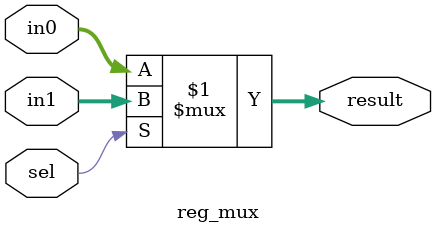
<source format=v>
`timescale 1ns / 1ps


module reg_mux(
    input [2:0] in0,
    input [2:0] in1,
    input sel,
    output [2:0] result
    );
    
    assign result = sel ? {in1} : {in0};
    
endmodule

</source>
